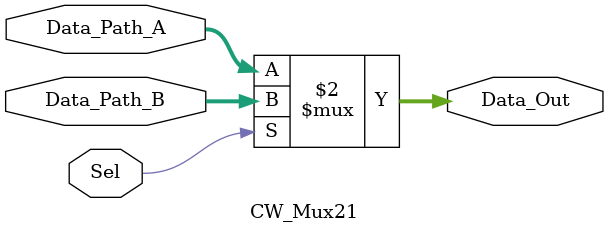
<source format=v>

module CW_Mux21 (Data_Path_A, Data_Path_B, Sel, Data_Out);
     parameter n = 8 ;
   input[n-1:0] Data_Path_A; 
   input[n-1:0] Data_Path_B; 
   input Sel; 
   output[n-1:0] Data_Out; 
   wire  [n-1:0] Data_Out;

   assign Data_Out = (Sel == 1'b0) ? Data_Path_A : Data_Path_B ;
endmodule

</source>
